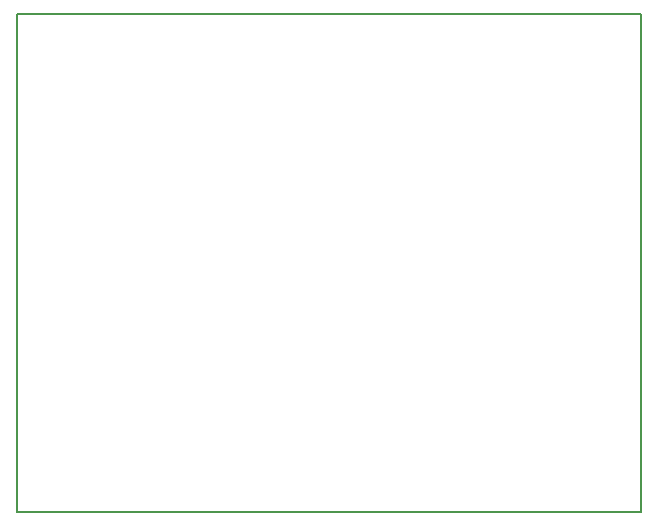
<source format=gm1>
G04 #@! TF.FileFunction,Profile,NP*
%FSLAX46Y46*%
G04 Gerber Fmt 4.6, Leading zero omitted, Abs format (unit mm)*
G04 Created by KiCad (PCBNEW 4.0.7) date 07/22/18 01:51:21*
%MOMM*%
%LPD*%
G01*
G04 APERTURE LIST*
%ADD10C,0.100000*%
%ADD11C,0.150000*%
G04 APERTURE END LIST*
D10*
D11*
X121920000Y-94488000D02*
X174752000Y-94488000D01*
X121920000Y-136652000D02*
X121920000Y-94488000D01*
X174752000Y-136652000D02*
X121920000Y-136652000D01*
X174752000Y-94488000D02*
X174752000Y-136652000D01*
M02*

</source>
